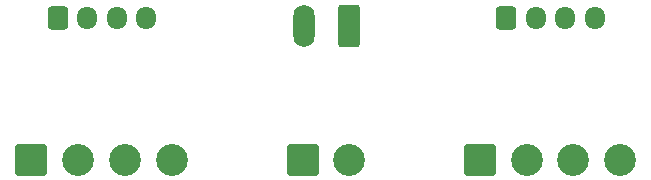
<source format=gbr>
%TF.GenerationSoftware,KiCad,Pcbnew,8.0.7*%
%TF.CreationDate,2024-12-10T12:06:42+09:00*%
%TF.ProjectId,STEP200-XA-motor-connector,53544550-3230-4302-9d58-412d6d6f746f,rev?*%
%TF.SameCoordinates,Original*%
%TF.FileFunction,Soldermask,Bot*%
%TF.FilePolarity,Negative*%
%FSLAX46Y46*%
G04 Gerber Fmt 4.6, Leading zero omitted, Abs format (unit mm)*
G04 Created by KiCad (PCBNEW 8.0.7) date 2024-12-10 12:06:42*
%MOMM*%
%LPD*%
G01*
G04 APERTURE LIST*
G04 Aperture macros list*
%AMRoundRect*
0 Rectangle with rounded corners*
0 $1 Rounding radius*
0 $2 $3 $4 $5 $6 $7 $8 $9 X,Y pos of 4 corners*
0 Add a 4 corners polygon primitive as box body*
4,1,4,$2,$3,$4,$5,$6,$7,$8,$9,$2,$3,0*
0 Add four circle primitives for the rounded corners*
1,1,$1+$1,$2,$3*
1,1,$1+$1,$4,$5*
1,1,$1+$1,$6,$7*
1,1,$1+$1,$8,$9*
0 Add four rect primitives between the rounded corners*
20,1,$1+$1,$2,$3,$4,$5,0*
20,1,$1+$1,$4,$5,$6,$7,0*
20,1,$1+$1,$6,$7,$8,$9,0*
20,1,$1+$1,$8,$9,$2,$3,0*%
G04 Aperture macros list end*
%ADD10C,2.700000*%
%ADD11RoundRect,0.250001X-1.099999X-1.099999X1.099999X-1.099999X1.099999X1.099999X-1.099999X1.099999X0*%
%ADD12O,1.700000X1.950000*%
%ADD13RoundRect,0.250000X-0.600000X-0.725000X0.600000X-0.725000X0.600000X0.725000X-0.600000X0.725000X0*%
%ADD14RoundRect,0.250000X0.650000X1.550000X-0.650000X1.550000X-0.650000X-1.550000X0.650000X-1.550000X0*%
%ADD15O,1.800000X3.600000*%
G04 APERTURE END LIST*
D10*
%TO.C,J1*%
X106920000Y-76000000D03*
X102960000Y-76000000D03*
X99000000Y-76000000D03*
D11*
X95040000Y-76000000D03*
%TD*%
D10*
%TO.C,J3*%
X144880000Y-76000000D03*
X140920000Y-76000000D03*
X136960000Y-76000000D03*
D11*
X133000000Y-76000000D03*
%TD*%
%TO.C,J5*%
X118000000Y-76000000D03*
D10*
X121960000Y-76000000D03*
%TD*%
D12*
%TO.C,J4*%
X142750000Y-64000000D03*
X140250000Y-64000000D03*
X137750000Y-64000000D03*
D13*
X135250000Y-64000000D03*
%TD*%
D12*
%TO.C,J2*%
X104750000Y-64000000D03*
X102250000Y-64000000D03*
X99750000Y-64000000D03*
D13*
X97250000Y-64000000D03*
%TD*%
D14*
%TO.C,J6*%
X121887500Y-64642500D03*
D15*
X118077500Y-64642500D03*
%TD*%
M02*

</source>
